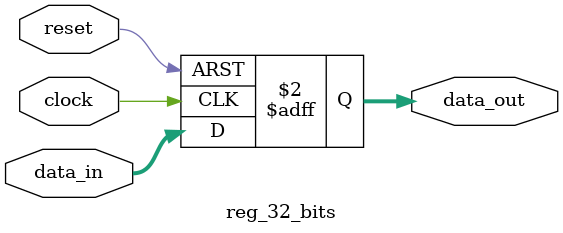
<source format=sv>
module reg_32_bits #(
    parameter data_width = 32
) (
    input logic [data_width - 1:0] data_in,
    input logic clock,
    input logic reset,
    output logic [data_width - 1:0] data_out
);
// 32 bit register
// reg [data_width - 1:0] register_32_bits;

always_ff @( posedge clock, posedge reset ) begin : register
    if (reset) begin
        data_out <= 32'b0;
    end
    else begin
        data_out <= data_in;
    end
end

// always @(*) begin
//     data_out = register_32_bits;
// end
    
endmodule
</source>
